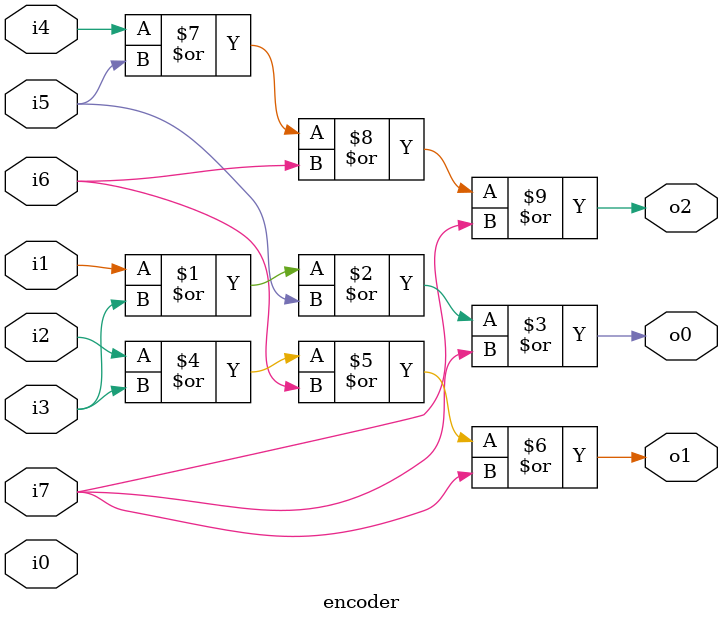
<source format=v>
module encoder(
    input i0,i1,i2,i3,i4,i5,i6,i7,
    output o0,o1,o2
);
    assign o0=i1|i3|i5|i7;
    assign o1=i2|i3|i6|i7;
    assign o2=i4|i5|i6|i7;
endmodule
</source>
